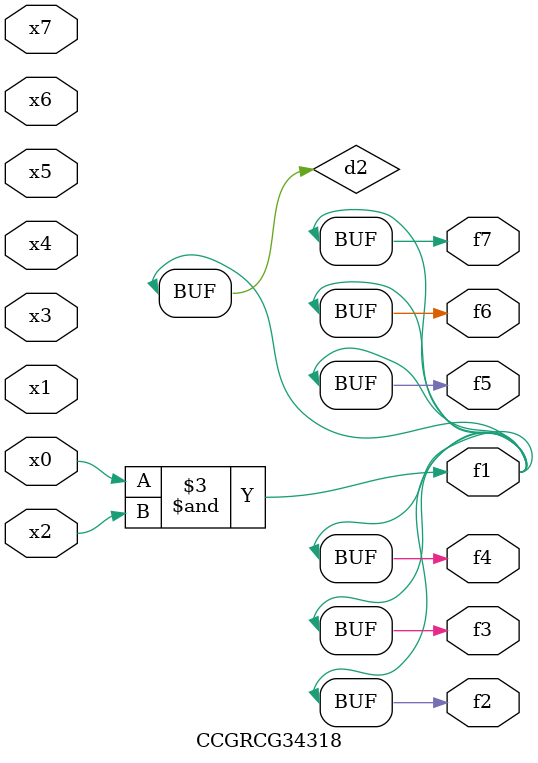
<source format=v>
module CCGRCG34318(
	input x0, x1, x2, x3, x4, x5, x6, x7,
	output f1, f2, f3, f4, f5, f6, f7
);

	wire d1, d2;

	nor (d1, x3, x6);
	and (d2, x0, x2);
	assign f1 = d2;
	assign f2 = d2;
	assign f3 = d2;
	assign f4 = d2;
	assign f5 = d2;
	assign f6 = d2;
	assign f7 = d2;
endmodule

</source>
